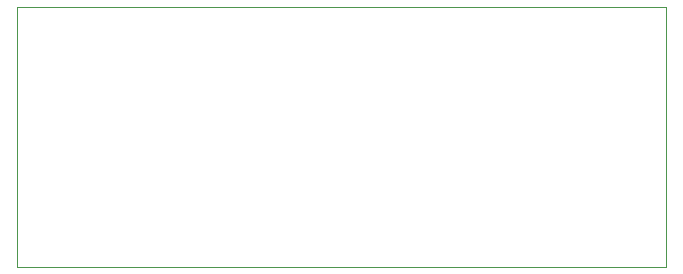
<source format=gm1>
%TF.GenerationSoftware,KiCad,Pcbnew,8.0.0*%
%TF.CreationDate,2024-03-13T21:01:22-04:00*%
%TF.ProjectId,pico-ethernet,7069636f-2d65-4746-9865-726e65742e6b,rev?*%
%TF.SameCoordinates,Original*%
%TF.FileFunction,Profile,NP*%
%FSLAX46Y46*%
G04 Gerber Fmt 4.6, Leading zero omitted, Abs format (unit mm)*
G04 Created by KiCad (PCBNEW 8.0.0) date 2024-03-13 21:01:22*
%MOMM*%
%LPD*%
G01*
G04 APERTURE LIST*
%TA.AperFunction,Profile*%
%ADD10C,0.100000*%
%TD*%
G04 APERTURE END LIST*
D10*
X139310000Y-109556000D02*
X194310000Y-109556000D01*
X194310000Y-131556000D01*
X139310000Y-131556000D01*
X139310000Y-109556000D01*
M02*

</source>
